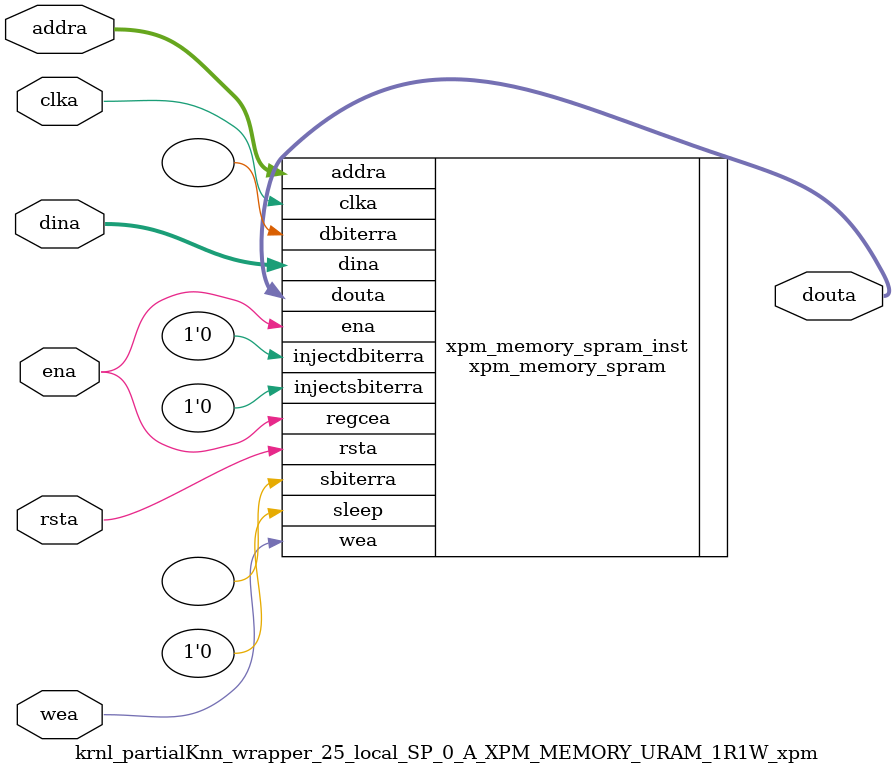
<source format=v>
`timescale 1 ns / 1 ps
module krnl_partialKnn_wrapper_25_local_SP_0_A_XPM_MEMORY_URAM_1R1W_xpm # (
  // Common module parameters
  parameter integer                 MEMORY_SIZE        = 524288,
  parameter                         MEMORY_PRIMITIVE   = "ultra",
  parameter                         ECC_MODE           = "no_ecc",
  parameter                         MEMORY_INIT_FILE   = "none",
  parameter                         WAKEUP_TIME        = "disable_sleep",
  parameter integer                 MESSAGE_CONTROL    = 0,
  // Port A module parameters
  parameter integer                 WRITE_DATA_WIDTH_A = 256,
  parameter integer                 READ_DATA_WIDTH_A  = WRITE_DATA_WIDTH_A,
  parameter integer                 BYTE_WRITE_WIDTH_A = WRITE_DATA_WIDTH_A,
  parameter integer                 ADDR_WIDTH_A       = 11,
  parameter                         READ_RESET_VALUE_A = "0",
  parameter integer                 READ_LATENCY_A     = 1,
  parameter                         WRITE_MODE_A       = "read_first"
) (
  // Port A module ports
  input  wire                                               clka,
  input  wire                                               rsta,
  input  wire                                               ena,
  input  wire [(WRITE_DATA_WIDTH_A/BYTE_WRITE_WIDTH_A)-1:0] wea,
  input  wire [ADDR_WIDTH_A-1:0]                            addra,
  input  wire [WRITE_DATA_WIDTH_A-1:0]                      dina,
  output wire [READ_DATA_WIDTH_A-1:0]                       douta
);
// Set parameter values and connect ports to instantiate an XPM_MEMORY single port RAM configuration
xpm_memory_spram # (
  // Common module parameters
  .MEMORY_SIZE        (MEMORY_SIZE),   //positive integer
  .MEMORY_PRIMITIVE   (MEMORY_PRIMITIVE),      //string; "auto", "distributed", "block" or "ultra";
  .ECC_MODE           (ECC_MODE),      //do not change
  .MEMORY_INIT_FILE   (MEMORY_INIT_FILE), //string; "none" or "<filename>.mem" 
  .MEMORY_INIT_PARAM  (""), //string;
  .WAKEUP_TIME        (WAKEUP_TIME),      //string; "disable_sleep" or "use_sleep_pin"
  .MESSAGE_CONTROL    (MESSAGE_CONTROL),      //do not change
  // Port A module parameters
  .WRITE_DATA_WIDTH_A (WRITE_DATA_WIDTH_A),     //positive integer
  .READ_DATA_WIDTH_A  (READ_DATA_WIDTH_A),     //positive integer
  .BYTE_WRITE_WIDTH_A (BYTE_WRITE_WIDTH_A),     //integer; 8, 9, or WRITE_DATA_WIDTH_A value
  .ADDR_WIDTH_A       (ADDR_WIDTH_A),      //positive integer
  .READ_RESET_VALUE_A (READ_RESET_VALUE_A),  //string
  .READ_LATENCY_A     (READ_LATENCY_A),      //non-negative integer
  .WRITE_MODE_A       (WRITE_MODE_A)       //string; "write_first", "read_first", "no_change"
) xpm_memory_spram_inst (
  // Common module ports
  .sleep          (1'b0),  //do not change
  // Port A module ports
  .clka           (clka),
  .rsta           (rsta),
  .ena            (ena),
  .regcea         (ena),
  .wea            (wea),
  .addra          (addra),
  .dina           (dina),
  .injectsbiterra (1'b0),  //do not change
  .injectdbiterra (1'b0),  //do not change
  .douta          (douta),
  .sbiterra       (),      //do not change
  .dbiterra       ()       //do not change
);
endmodule
</source>
